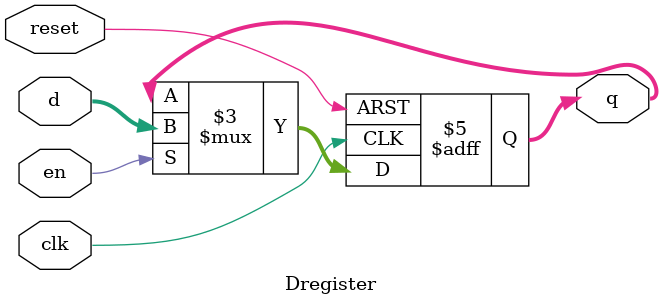
<source format=v>


module Dregister#(parameter width =8)
(input clk,reset,en, input [width-1:0] d, output reg [width-1:0] q);


always @(posedge clk,posedge reset)
if (reset) q<=0;
else if (en) q<=d;
else q<=q;


endmodule

</source>
